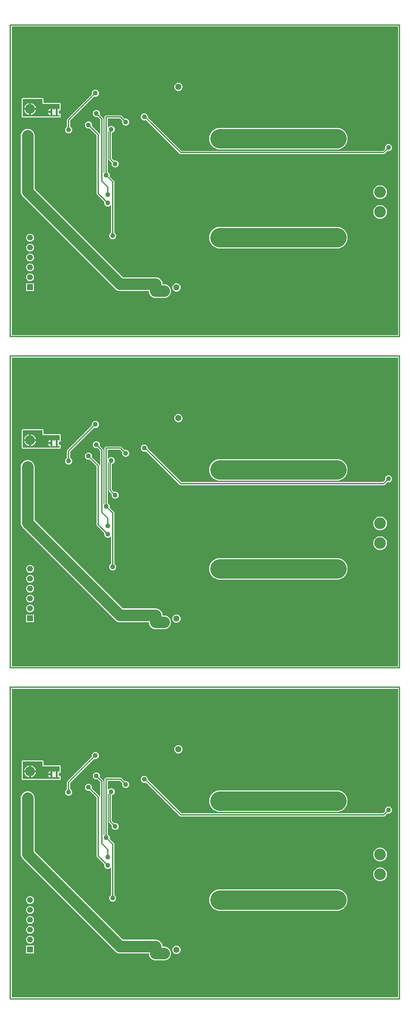
<source format=gbl>
%FSLAX42Y42*%
%MOMM*%
G71*
G01*
G75*
G04 Layer_Physical_Order=2*
G04 Layer_Color=16711680*
%ADD10C,0.30*%
%ADD11R,0.70X1.30*%
%ADD12R,1.30X0.90*%
%ADD13R,1.20X1.00*%
%ADD14R,0.90X1.60*%
%ADD15R,0.60X0.80*%
%ADD16R,1.30X0.70*%
%ADD17R,0.90X1.30*%
%ADD18R,0.80X0.60*%
%ADD19R,0.70X1.20*%
%ADD20R,1.00X1.70*%
%ADD21R,1.60X0.90*%
%ADD22R,1.30X1.30*%
%ADD23R,3.60X1.30*%
%ADD24R,1.50X0.60*%
%ADD25R,1.00X0.40*%
%ADD26R,1.00X1.20*%
%ADD27R,1.20X0.70*%
%ADD28C,0.50*%
%ADD29C,2.00*%
%ADD30C,1.00*%
%ADD31C,0.25*%
%ADD32C,3.00*%
%ADD33C,5.00*%
%ADD34C,1.50*%
%ADD35C,1.30*%
%ADD36C,2.54*%
%ADD37C,1.60*%
%ADD38C,3.00*%
%ADD39C,1.50*%
%ADD40R,1.50X1.50*%
%ADD41C,1.27*%
%ADD42C,4.00*%
G36*
X13782Y2746D02*
X3864D01*
Y10664D01*
X13782D01*
Y2746D01*
D02*
G37*
%LPC*%
G36*
X4331Y5346D02*
X4304Y5343D01*
X4280Y5333D01*
X4259Y5317D01*
X4243Y5296D01*
X4233Y5271D01*
X4229Y5245D01*
X4233Y5219D01*
X4243Y5194D01*
X4259Y5173D01*
X4280Y5157D01*
X4304Y5147D01*
X4331Y5144D01*
X4357Y5147D01*
X4381Y5157D01*
X4402Y5173D01*
X4418Y5194D01*
X4429Y5219D01*
X4432Y5245D01*
X4429Y5271D01*
X4418Y5296D01*
X4402Y5317D01*
X4381Y5333D01*
X4357Y5343D01*
X4331Y5346D01*
D02*
G37*
G36*
X12207Y5521D02*
X9207D01*
X9164Y5518D01*
X9122Y5508D01*
X9082Y5491D01*
X9045Y5469D01*
X9012Y5440D01*
X8984Y5407D01*
X8961Y5371D01*
X8945Y5330D01*
X8935Y5288D01*
X8931Y5245D01*
X8935Y5202D01*
X8945Y5160D01*
X8961Y5120D01*
X8984Y5083D01*
X9012Y5050D01*
X9045Y5022D01*
X9082Y4999D01*
X9122Y4982D01*
X9164Y4972D01*
X9207Y4969D01*
X12207D01*
X12251Y4972D01*
X12293Y4982D01*
X12333Y4999D01*
X12370Y5022D01*
X12403Y5050D01*
X12431Y5083D01*
X12454Y5120D01*
X12470Y5160D01*
X12480Y5202D01*
X12484Y5245D01*
X12480Y5288D01*
X12470Y5330D01*
X12454Y5371D01*
X12431Y5407D01*
X12403Y5440D01*
X12370Y5469D01*
X12333Y5491D01*
X12293Y5508D01*
X12251Y5518D01*
X12207Y5521D01*
D02*
G37*
G36*
X4331Y5092D02*
X4304Y5089D01*
X4280Y5079D01*
X4259Y5063D01*
X4243Y5042D01*
X4233Y5017D01*
X4229Y4991D01*
X4233Y4965D01*
X4243Y4940D01*
X4259Y4919D01*
X4280Y4903D01*
X4304Y4893D01*
X4331Y4890D01*
X4357Y4893D01*
X4381Y4903D01*
X4402Y4919D01*
X4418Y4940D01*
X4429Y4965D01*
X4432Y4991D01*
X4429Y5017D01*
X4418Y5042D01*
X4402Y5063D01*
X4381Y5079D01*
X4357Y5089D01*
X4331Y5092D01*
D02*
G37*
G36*
X7264Y8434D02*
X7241Y8431D01*
X7220Y8422D01*
X7201Y8407D01*
X7187Y8389D01*
X7178Y8367D01*
X7175Y8344D01*
X7178Y8321D01*
X7187Y8299D01*
X7201Y8280D01*
X7220Y8266D01*
X7241Y8257D01*
X7264Y8254D01*
X7288Y8257D01*
X7309Y8266D01*
X8175Y7400D01*
X8188Y7391D01*
X8188Y7391D01*
X8188Y7391D01*
D01*
X8188Y7391D01*
X8188Y7391D01*
X8204Y7388D01*
X13411D01*
X13426Y7391D01*
X13440Y7400D01*
X13511Y7471D01*
X13514Y7470D01*
X13538Y7467D01*
X13561Y7470D01*
X13582Y7479D01*
X13601Y7493D01*
X13615Y7512D01*
X13624Y7533D01*
X13627Y7557D01*
X13624Y7580D01*
X13615Y7601D01*
X13601Y7620D01*
X13582Y7634D01*
X13561Y7643D01*
X13538Y7646D01*
X13514Y7643D01*
X13493Y7634D01*
X13474Y7620D01*
X13460Y7601D01*
X13451Y7580D01*
X13448Y7557D01*
X13451Y7533D01*
X13452Y7530D01*
X13393Y7471D01*
X8221D01*
X7353Y8339D01*
X7354Y8344D01*
X7351Y8367D01*
X7342Y8389D01*
X7328Y8407D01*
X7309Y8422D01*
X7288Y8431D01*
X7264Y8434D01*
D02*
G37*
G36*
X13322Y6590D02*
X13288Y6586D01*
X13255Y6576D01*
X13224Y6560D01*
X13198Y6538D01*
X13176Y6511D01*
X13159Y6481D01*
X13149Y6448D01*
X13146Y6414D01*
X13149Y6379D01*
X13159Y6346D01*
X13176Y6316D01*
X13198Y6289D01*
X13224Y6267D01*
X13255Y6251D01*
X13288Y6241D01*
X13322Y6237D01*
X13357Y6241D01*
X13390Y6251D01*
X13420Y6267D01*
X13447Y6289D01*
X13469Y6316D01*
X13485Y6346D01*
X13495Y6379D01*
X13499Y6414D01*
X13495Y6448D01*
X13485Y6481D01*
X13469Y6511D01*
X13447Y6538D01*
X13420Y6560D01*
X13390Y6576D01*
X13357Y6586D01*
X13322Y6590D01*
D02*
G37*
G36*
Y6082D02*
X13288Y6078D01*
X13255Y6068D01*
X13224Y6052D01*
X13198Y6030D01*
X13176Y6003D01*
X13159Y5973D01*
X13149Y5940D01*
X13146Y5906D01*
X13149Y5871D01*
X13159Y5838D01*
X13176Y5808D01*
X13198Y5781D01*
X13224Y5759D01*
X13255Y5743D01*
X13288Y5733D01*
X13322Y5729D01*
X13357Y5733D01*
X13390Y5743D01*
X13420Y5759D01*
X13447Y5781D01*
X13469Y5808D01*
X13485Y5838D01*
X13495Y5871D01*
X13499Y5906D01*
X13495Y5940D01*
X13485Y5973D01*
X13469Y6003D01*
X13447Y6030D01*
X13420Y6052D01*
X13390Y6068D01*
X13357Y6078D01*
X13322Y6082D01*
D02*
G37*
G36*
X4431Y4076D02*
X4230D01*
Y3875D01*
X4431D01*
Y4076D01*
D02*
G37*
G36*
X8090Y4073D02*
X8062Y4070D01*
X8037Y4059D01*
X8015Y4042D01*
X7998Y4020D01*
X7987Y3995D01*
X7984Y3967D01*
X7987Y3940D01*
X7998Y3914D01*
X8015Y3892D01*
X8037Y3875D01*
X8062Y3864D01*
X8090Y3861D01*
X8117Y3864D01*
X8143Y3875D01*
X8165Y3892D01*
X8182Y3914D01*
X8193Y3940D01*
X8196Y3967D01*
X8193Y3995D01*
X8182Y4020D01*
X8165Y4042D01*
X8143Y4059D01*
X8117Y4070D01*
X8090Y4073D01*
D02*
G37*
G36*
X4267Y8038D02*
X4233Y8034D01*
X4200Y8024D01*
X4169Y8008D01*
X4143Y7986D01*
X4121Y7959D01*
X4104Y7929D01*
X4094Y7896D01*
X4091Y7861D01*
Y6426D01*
X4094Y6392D01*
X4104Y6359D01*
X4121Y6328D01*
X4143Y6302D01*
X4143Y6302D01*
X4143D01*
Y6302D01*
X4143Y6302D01*
X6517Y3927D01*
X6544Y3905D01*
X6575Y3888D01*
X6608Y3878D01*
X6611Y3878D01*
X6642Y3875D01*
X6642Y3875D01*
X7379D01*
X7380Y3874D01*
X7384Y3839D01*
X7394Y3806D01*
X7410Y3776D01*
X7432Y3749D01*
X7459Y3727D01*
X7489Y3711D01*
X7522Y3701D01*
X7557Y3697D01*
X7772D01*
X7807Y3701D01*
X7840Y3711D01*
X7870Y3727D01*
X7897Y3749D01*
X7919Y3776D01*
X7935Y3806D01*
X7945Y3839D01*
X7949Y3874D01*
X7945Y3908D01*
X7935Y3941D01*
X7919Y3971D01*
X7897Y3998D01*
X7870Y4020D01*
X7840Y4036D01*
X7807Y4046D01*
X7772Y4050D01*
X7734D01*
X7733Y4051D01*
X7729Y4086D01*
X7719Y4119D01*
X7703Y4149D01*
X7681Y4176D01*
X7654Y4198D01*
X7624Y4214D01*
X7591Y4224D01*
X7557Y4228D01*
X6715D01*
X4443Y6499D01*
Y7861D01*
X4440Y7896D01*
X4430Y7929D01*
X4414Y7959D01*
X4392Y7986D01*
X4365Y8008D01*
X4335Y8024D01*
X4302Y8034D01*
X4267Y8038D01*
D02*
G37*
G36*
X4331Y4838D02*
X4304Y4835D01*
X4280Y4825D01*
X4259Y4809D01*
X4243Y4788D01*
X4233Y4763D01*
X4229Y4737D01*
X4233Y4711D01*
X4243Y4686D01*
X4259Y4665D01*
X4280Y4649D01*
X4304Y4639D01*
X4331Y4636D01*
X4357Y4639D01*
X4381Y4649D01*
X4402Y4665D01*
X4418Y4686D01*
X4429Y4711D01*
X4432Y4737D01*
X4429Y4763D01*
X4418Y4788D01*
X4402Y4809D01*
X4381Y4825D01*
X4357Y4835D01*
X4331Y4838D01*
D02*
G37*
G36*
Y4584D02*
X4304Y4581D01*
X4280Y4571D01*
X4259Y4555D01*
X4243Y4534D01*
X4233Y4509D01*
X4229Y4483D01*
X4233Y4457D01*
X4243Y4432D01*
X4259Y4411D01*
X4280Y4395D01*
X4304Y4385D01*
X4331Y4382D01*
X4357Y4385D01*
X4381Y4395D01*
X4402Y4411D01*
X4418Y4432D01*
X4429Y4457D01*
X4432Y4483D01*
X4429Y4509D01*
X4418Y4534D01*
X4402Y4555D01*
X4381Y4571D01*
X4357Y4581D01*
X4331Y4584D01*
D02*
G37*
G36*
Y4330D02*
X4304Y4327D01*
X4280Y4317D01*
X4259Y4301D01*
X4243Y4280D01*
X4233Y4255D01*
X4229Y4229D01*
X4233Y4203D01*
X4243Y4178D01*
X4259Y4157D01*
X4280Y4141D01*
X4304Y4131D01*
X4331Y4128D01*
X4357Y4131D01*
X4381Y4141D01*
X4402Y4157D01*
X4418Y4178D01*
X4429Y4203D01*
X4432Y4229D01*
X4429Y4255D01*
X4418Y4280D01*
X4402Y4301D01*
X4381Y4317D01*
X4357Y4327D01*
X4331Y4330D01*
D02*
G37*
G36*
X4648Y8827D02*
X4140D01*
X4130Y8825D01*
X4122Y8819D01*
X4116Y8811D01*
X4114Y8801D01*
Y8357D01*
X4116Y8347D01*
X4122Y8338D01*
X4130Y8333D01*
X4140Y8331D01*
X5093D01*
X5103Y8333D01*
X5111Y8338D01*
X5117Y8347D01*
X5119Y8357D01*
Y8405D01*
X5118Y8406D01*
X5119Y8407D01*
X5117Y8411D01*
X5117Y8415D01*
X5116Y8416D01*
X5116Y8417D01*
X5113Y8420D01*
X5111Y8423D01*
X5110Y8424D01*
X5110Y8425D01*
X5106Y8427D01*
X5103Y8429D01*
X5102Y8429D01*
X5101Y8430D01*
X5089Y8434D01*
X5088Y8434D01*
X5087Y8434D01*
X5083Y8434D01*
X5079Y8435D01*
X5078Y8435D01*
X5077Y8435D01*
X5067Y8464D01*
Y8471D01*
Y8478D01*
X5077Y8507D01*
X5078Y8507D01*
X5079Y8507D01*
X5083Y8507D01*
X5087Y8508D01*
X5088Y8508D01*
X5089Y8508D01*
X5101Y8512D01*
X5102Y8513D01*
X5103Y8513D01*
X5106Y8515D01*
X5110Y8517D01*
X5110Y8518D01*
X5111Y8518D01*
X5113Y8522D01*
X5116Y8525D01*
X5116Y8526D01*
X5117Y8527D01*
X5117Y8531D01*
X5119Y8535D01*
X5118Y8536D01*
X5119Y8537D01*
Y8674D01*
X5117Y8684D01*
X5111Y8692D01*
X5103Y8698D01*
X5093Y8700D01*
X4674D01*
Y8801D01*
X4672Y8811D01*
X4667Y8819D01*
X4658Y8825D01*
X4648Y8827D01*
D02*
G37*
G36*
X6007Y9043D02*
X5984Y9040D01*
X5962Y9031D01*
X5944Y9017D01*
X5929Y8998D01*
X5920Y8977D01*
X5917Y8954D01*
X5920Y8930D01*
X5922Y8927D01*
X5292Y8297D01*
X5283Y8283D01*
X5280Y8268D01*
Y8093D01*
X5276Y8091D01*
X5258Y8077D01*
X5244Y8059D01*
X5235Y8037D01*
X5232Y8014D01*
X5235Y7990D01*
X5244Y7969D01*
X5258Y7950D01*
X5276Y7936D01*
X5298Y7927D01*
X5321Y7924D01*
X5345Y7927D01*
X5366Y7936D01*
X5385Y7950D01*
X5399Y7969D01*
X5408Y7990D01*
X5411Y8014D01*
X5408Y8037D01*
X5399Y8059D01*
X5385Y8077D01*
X5366Y8091D01*
X5362Y8093D01*
Y8251D01*
X5980Y8868D01*
X5984Y8867D01*
X6007Y8864D01*
X6030Y8867D01*
X6052Y8876D01*
X6071Y8890D01*
X6085Y8909D01*
X6094Y8930D01*
X6097Y8954D01*
X6094Y8977D01*
X6085Y8998D01*
X6071Y9017D01*
X6052Y9031D01*
X6030Y9040D01*
X6007Y9043D01*
D02*
G37*
G36*
X8141Y9220D02*
X8113Y9217D01*
X8088Y9206D01*
X8066Y9189D01*
X8049Y9167D01*
X8038Y9141D01*
X8034Y9114D01*
X8038Y9086D01*
X8049Y9061D01*
X8066Y9039D01*
X8088Y9022D01*
X8113Y9011D01*
X8141Y9008D01*
X8168Y9011D01*
X8194Y9022D01*
X8216Y9039D01*
X8233Y9061D01*
X8243Y9086D01*
X8247Y9114D01*
X8243Y9141D01*
X8233Y9167D01*
X8216Y9189D01*
X8194Y9206D01*
X8168Y9217D01*
X8141Y9220D01*
D02*
G37*
G36*
X6033Y8522D02*
X6009Y8519D01*
X5988Y8510D01*
X5969Y8496D01*
X5955Y8478D01*
X5946Y8456D01*
X5943Y8433D01*
X5946Y8410D01*
X5955Y8388D01*
X5969Y8369D01*
X5988Y8355D01*
X6009Y8346D01*
X6033Y8343D01*
X6056Y8346D01*
X6059Y8348D01*
X6131Y8276D01*
Y7910D01*
X6119Y7906D01*
X6112Y7916D01*
X5915Y8113D01*
X5917Y8117D01*
X5920Y8140D01*
X5917Y8163D01*
X5908Y8185D01*
X5893Y8204D01*
X5875Y8218D01*
X5853Y8227D01*
X5830Y8230D01*
X5807Y8227D01*
X5785Y8218D01*
X5766Y8204D01*
X5752Y8185D01*
X5743Y8163D01*
X5740Y8140D01*
X5743Y8117D01*
X5752Y8095D01*
X5766Y8077D01*
X5785Y8062D01*
X5807Y8053D01*
X5830Y8050D01*
X5853Y8053D01*
X5857Y8055D01*
X6042Y7870D01*
Y6725D01*
Y6375D01*
X6042Y6375D01*
X6042D01*
X6045Y6360D01*
X6054Y6346D01*
X6239Y6161D01*
X6238Y6157D01*
X6235Y6134D01*
X6238Y6111D01*
X6247Y6089D01*
X6261Y6071D01*
X6280Y6056D01*
X6301Y6047D01*
X6325Y6044D01*
X6348Y6047D01*
X6369Y6056D01*
X6388Y6071D01*
X6398Y6084D01*
X6410Y6080D01*
Y5375D01*
X6407Y5374D01*
X6388Y5359D01*
X6374Y5341D01*
X6365Y5319D01*
X6362Y5296D01*
X6365Y5273D01*
X6374Y5251D01*
X6388Y5232D01*
X6407Y5218D01*
X6428Y5209D01*
X6452Y5206D01*
X6475Y5209D01*
X6496Y5218D01*
X6515Y5232D01*
X6529Y5251D01*
X6538Y5273D01*
X6541Y5296D01*
X6538Y5319D01*
X6529Y5341D01*
X6515Y5359D01*
X6496Y5374D01*
X6493Y5375D01*
Y6680D01*
X6490Y6696D01*
X6481Y6709D01*
X6372Y6818D01*
X6373Y6822D01*
X6376Y6845D01*
X6373Y6869D01*
X6364Y6890D01*
X6350Y6909D01*
X6331Y6923D01*
X6328Y6924D01*
Y7972D01*
X6340Y7977D01*
X6347Y7967D01*
Y7264D01*
X6347Y7264D01*
X6347D01*
X6350Y7249D01*
X6359Y7235D01*
X6430Y7164D01*
X6428Y7161D01*
X6425Y7137D01*
X6428Y7114D01*
X6437Y7093D01*
X6452Y7074D01*
X6470Y7060D01*
X6492Y7051D01*
X6515Y7048D01*
X6538Y7051D01*
X6560Y7060D01*
X6579Y7074D01*
X6593Y7093D01*
X6602Y7114D01*
X6605Y7137D01*
X6602Y7161D01*
X6593Y7182D01*
X6579Y7201D01*
X6560Y7215D01*
X6538Y7224D01*
X6515Y7227D01*
X6492Y7224D01*
X6488Y7223D01*
X6429Y7281D01*
Y7939D01*
X6437Y7940D01*
X6458Y7949D01*
X6477Y7963D01*
X6491Y7982D01*
X6500Y8003D01*
X6503Y8026D01*
X6500Y8050D01*
X6491Y8071D01*
X6477Y8090D01*
X6458Y8104D01*
X6437Y8113D01*
X6414Y8116D01*
X6390Y8113D01*
X6369Y8104D01*
X6350Y8090D01*
X6340Y8076D01*
X6328Y8080D01*
Y8109D01*
X6326Y8118D01*
Y8189D01*
X6328Y8198D01*
Y8303D01*
X6638D01*
X6702Y8238D01*
X6701Y8235D01*
X6698Y8211D01*
X6701Y8188D01*
X6710Y8166D01*
X6724Y8148D01*
X6743Y8134D01*
X6764Y8125D01*
X6787Y8122D01*
X6811Y8125D01*
X6832Y8134D01*
X6851Y8148D01*
X6865Y8166D01*
X6874Y8188D01*
X6877Y8211D01*
X6874Y8235D01*
X6865Y8256D01*
X6851Y8275D01*
X6832Y8289D01*
X6811Y8298D01*
X6787Y8301D01*
X6764Y8298D01*
X6761Y8296D01*
X6684Y8373D01*
X6671Y8382D01*
X6655Y8385D01*
X6287D01*
X6271Y8382D01*
X6257Y8373D01*
X6248Y8360D01*
X6245Y8344D01*
Y8206D01*
X6243Y8196D01*
Y8111D01*
X6243Y8111D01*
X6243D01*
X6245Y8101D01*
Y6924D01*
X6242Y6923D01*
X6225Y6910D01*
X6213Y6916D01*
Y8293D01*
X6210Y8309D01*
X6201Y8322D01*
X6118Y8406D01*
X6119Y8410D01*
X6122Y8433D01*
X6119Y8456D01*
X6110Y8478D01*
X6096Y8496D01*
X6077Y8510D01*
X6056Y8519D01*
X6033Y8522D01*
D02*
G37*
G36*
X12207Y8061D02*
X9207D01*
X9164Y8058D01*
X9122Y8048D01*
X9082Y8031D01*
X9045Y8009D01*
X9012Y7980D01*
X8984Y7947D01*
X8961Y7911D01*
X8945Y7870D01*
X8935Y7828D01*
X8931Y7785D01*
X8935Y7742D01*
X8945Y7700D01*
X8961Y7660D01*
X8984Y7623D01*
X9012Y7590D01*
X9045Y7562D01*
X9082Y7539D01*
X9122Y7522D01*
X9164Y7512D01*
X9207Y7509D01*
X12207D01*
X12251Y7512D01*
X12293Y7522D01*
X12333Y7539D01*
X12370Y7562D01*
X12403Y7590D01*
X12431Y7623D01*
X12454Y7660D01*
X12470Y7700D01*
X12480Y7742D01*
X12484Y7785D01*
X12480Y7828D01*
X12470Y7870D01*
X12454Y7911D01*
X12431Y7947D01*
X12403Y7980D01*
X12370Y8009D01*
X12333Y8031D01*
X12293Y8048D01*
X12251Y8058D01*
X12207Y8061D01*
D02*
G37*
%LPD*%
G36*
X4648Y8674D02*
X5093D01*
Y8537D01*
X5081Y8533D01*
X5080Y8534D01*
X5061Y8548D01*
X5042Y8556D01*
Y8471D01*
Y8385D01*
X5061Y8394D01*
X5080Y8408D01*
X5081Y8409D01*
X5093Y8405D01*
Y8357D01*
X4140D01*
Y8801D01*
X4648D01*
Y8674D01*
D02*
G37*
%LPC*%
G36*
X4356Y8697D02*
Y8572D01*
X4481D01*
X4481Y8577D01*
X4472Y8606D01*
X4458Y8632D01*
X4439Y8655D01*
X4416Y8674D01*
X4389Y8688D01*
X4360Y8697D01*
X4356Y8697D01*
D02*
G37*
G36*
X4481Y8522D02*
X4356D01*
Y8397D01*
X4360Y8397D01*
X4389Y8406D01*
X4416Y8420D01*
X4439Y8439D01*
X4458Y8462D01*
X4472Y8489D01*
X4481Y8517D01*
X4481Y8522D01*
D02*
G37*
G36*
X4306D02*
X4180D01*
X4181Y8517D01*
X4190Y8489D01*
X4204Y8462D01*
X4223Y8439D01*
X4246Y8420D01*
X4272Y8406D01*
X4301Y8397D01*
X4306Y8397D01*
Y8522D01*
D02*
G37*
G36*
Y8697D02*
X4301Y8697D01*
X4272Y8688D01*
X4246Y8674D01*
X4223Y8655D01*
X4204Y8632D01*
X4190Y8606D01*
X4181Y8577D01*
X4180Y8572D01*
X4306D01*
Y8697D01*
D02*
G37*
G36*
X4852Y8446D02*
X4791D01*
X4799Y8426D01*
X4814Y8408D01*
X4832Y8394D01*
X4852Y8385D01*
Y8446D01*
D02*
G37*
G36*
Y8556D02*
X4832Y8548D01*
X4814Y8534D01*
X4799Y8516D01*
X4791Y8496D01*
X4852D01*
Y8556D01*
D02*
G37*
G36*
X4992D02*
X4972Y8548D01*
X4953Y8534D01*
X4953Y8534D01*
X4940D01*
X4940Y8534D01*
X4921Y8548D01*
X4902Y8556D01*
Y8471D01*
Y8385D01*
X4921Y8394D01*
X4940Y8408D01*
X4940Y8408D01*
X4953D01*
X4953Y8408D01*
X4972Y8394D01*
X4992Y8385D01*
Y8471D01*
Y8556D01*
D02*
G37*
%LPD*%
G36*
X13782Y11246D02*
X3864D01*
Y19164D01*
X13782D01*
Y11246D01*
D02*
G37*
%LPC*%
G36*
X4331Y13846D02*
X4304Y13843D01*
X4280Y13833D01*
X4259Y13817D01*
X4243Y13796D01*
X4233Y13771D01*
X4229Y13745D01*
X4233Y13719D01*
X4243Y13694D01*
X4259Y13673D01*
X4280Y13657D01*
X4304Y13647D01*
X4331Y13644D01*
X4357Y13647D01*
X4381Y13657D01*
X4402Y13673D01*
X4418Y13694D01*
X4429Y13719D01*
X4432Y13745D01*
X4429Y13771D01*
X4418Y13796D01*
X4402Y13817D01*
X4381Y13833D01*
X4357Y13843D01*
X4331Y13846D01*
D02*
G37*
G36*
X12207Y14021D02*
X9207D01*
X9164Y14018D01*
X9122Y14008D01*
X9082Y13991D01*
X9045Y13969D01*
X9012Y13940D01*
X8984Y13907D01*
X8961Y13871D01*
X8945Y13830D01*
X8935Y13788D01*
X8931Y13745D01*
X8935Y13702D01*
X8945Y13660D01*
X8961Y13620D01*
X8984Y13583D01*
X9012Y13550D01*
X9045Y13522D01*
X9082Y13499D01*
X9122Y13482D01*
X9164Y13472D01*
X9207Y13469D01*
X12207D01*
X12251Y13472D01*
X12293Y13482D01*
X12333Y13499D01*
X12370Y13522D01*
X12403Y13550D01*
X12431Y13583D01*
X12454Y13620D01*
X12470Y13660D01*
X12480Y13702D01*
X12484Y13745D01*
X12480Y13788D01*
X12470Y13830D01*
X12454Y13871D01*
X12431Y13907D01*
X12403Y13940D01*
X12370Y13969D01*
X12333Y13991D01*
X12293Y14008D01*
X12251Y14018D01*
X12207Y14021D01*
D02*
G37*
G36*
X4331Y13592D02*
X4304Y13589D01*
X4280Y13579D01*
X4259Y13563D01*
X4243Y13542D01*
X4233Y13517D01*
X4229Y13491D01*
X4233Y13465D01*
X4243Y13440D01*
X4259Y13419D01*
X4280Y13403D01*
X4304Y13393D01*
X4331Y13390D01*
X4357Y13393D01*
X4381Y13403D01*
X4402Y13419D01*
X4418Y13440D01*
X4429Y13465D01*
X4432Y13491D01*
X4429Y13517D01*
X4418Y13542D01*
X4402Y13563D01*
X4381Y13579D01*
X4357Y13589D01*
X4331Y13592D01*
D02*
G37*
G36*
X7264Y16934D02*
X7241Y16931D01*
X7220Y16922D01*
X7201Y16907D01*
X7187Y16889D01*
X7178Y16867D01*
X7175Y16844D01*
X7178Y16821D01*
X7187Y16799D01*
X7201Y16780D01*
X7220Y16766D01*
X7241Y16757D01*
X7264Y16754D01*
X7288Y16757D01*
X7309Y16766D01*
X8175Y15900D01*
X8188Y15891D01*
X8188Y15891D01*
X8188Y15891D01*
D01*
X8188Y15891D01*
X8188Y15891D01*
X8204Y15888D01*
X13411D01*
X13426Y15891D01*
X13440Y15900D01*
X13511Y15971D01*
X13514Y15970D01*
X13538Y15967D01*
X13561Y15970D01*
X13582Y15979D01*
X13601Y15993D01*
X13615Y16012D01*
X13624Y16033D01*
X13627Y16057D01*
X13624Y16080D01*
X13615Y16101D01*
X13601Y16120D01*
X13582Y16134D01*
X13561Y16143D01*
X13538Y16146D01*
X13514Y16143D01*
X13493Y16134D01*
X13474Y16120D01*
X13460Y16101D01*
X13451Y16080D01*
X13448Y16057D01*
X13451Y16033D01*
X13452Y16030D01*
X13393Y15971D01*
X8221D01*
X7353Y16839D01*
X7354Y16844D01*
X7351Y16867D01*
X7342Y16889D01*
X7328Y16907D01*
X7309Y16922D01*
X7288Y16931D01*
X7264Y16934D01*
D02*
G37*
G36*
X13322Y15090D02*
X13288Y15086D01*
X13255Y15076D01*
X13224Y15060D01*
X13198Y15038D01*
X13176Y15011D01*
X13159Y14981D01*
X13149Y14948D01*
X13146Y14913D01*
X13149Y14879D01*
X13159Y14846D01*
X13176Y14816D01*
X13198Y14789D01*
X13224Y14767D01*
X13255Y14751D01*
X13288Y14741D01*
X13322Y14737D01*
X13357Y14741D01*
X13390Y14751D01*
X13420Y14767D01*
X13447Y14789D01*
X13469Y14816D01*
X13485Y14846D01*
X13495Y14879D01*
X13499Y14913D01*
X13495Y14948D01*
X13485Y14981D01*
X13469Y15011D01*
X13447Y15038D01*
X13420Y15060D01*
X13390Y15076D01*
X13357Y15086D01*
X13322Y15090D01*
D02*
G37*
G36*
Y14582D02*
X13288Y14578D01*
X13255Y14568D01*
X13224Y14552D01*
X13198Y14530D01*
X13176Y14503D01*
X13159Y14473D01*
X13149Y14440D01*
X13146Y14405D01*
X13149Y14371D01*
X13159Y14338D01*
X13176Y14308D01*
X13198Y14281D01*
X13224Y14259D01*
X13255Y14243D01*
X13288Y14233D01*
X13322Y14229D01*
X13357Y14233D01*
X13390Y14243D01*
X13420Y14259D01*
X13447Y14281D01*
X13469Y14308D01*
X13485Y14338D01*
X13495Y14371D01*
X13499Y14405D01*
X13495Y14440D01*
X13485Y14473D01*
X13469Y14503D01*
X13447Y14530D01*
X13420Y14552D01*
X13390Y14568D01*
X13357Y14578D01*
X13322Y14582D01*
D02*
G37*
G36*
X4431Y12575D02*
X4230D01*
Y12375D01*
X4431D01*
Y12575D01*
D02*
G37*
G36*
X8090Y12573D02*
X8062Y12570D01*
X8037Y12559D01*
X8015Y12542D01*
X7998Y12520D01*
X7987Y12495D01*
X7984Y12467D01*
X7987Y12440D01*
X7998Y12414D01*
X8015Y12392D01*
X8037Y12375D01*
X8062Y12364D01*
X8090Y12361D01*
X8117Y12364D01*
X8143Y12375D01*
X8165Y12392D01*
X8182Y12414D01*
X8193Y12440D01*
X8196Y12467D01*
X8193Y12495D01*
X8182Y12520D01*
X8165Y12542D01*
X8143Y12559D01*
X8117Y12570D01*
X8090Y12573D01*
D02*
G37*
G36*
X4267Y16538D02*
X4233Y16534D01*
X4200Y16524D01*
X4169Y16508D01*
X4143Y16486D01*
X4121Y16459D01*
X4104Y16429D01*
X4094Y16396D01*
X4091Y16361D01*
Y14926D01*
X4094Y14892D01*
X4104Y14859D01*
X4121Y14828D01*
X4143Y14802D01*
X4143Y14802D01*
X4143D01*
Y14802D01*
X4143Y14802D01*
X6517Y12427D01*
X6544Y12405D01*
X6575Y12388D01*
X6608Y12378D01*
X6611Y12378D01*
X6642Y12375D01*
X6642Y12375D01*
X7379D01*
X7380Y12374D01*
X7384Y12339D01*
X7394Y12306D01*
X7410Y12276D01*
X7432Y12249D01*
X7459Y12227D01*
X7489Y12211D01*
X7522Y12201D01*
X7557Y12197D01*
X7772D01*
X7807Y12201D01*
X7840Y12211D01*
X7870Y12227D01*
X7897Y12249D01*
X7919Y12276D01*
X7935Y12306D01*
X7945Y12339D01*
X7949Y12374D01*
X7945Y12408D01*
X7935Y12441D01*
X7919Y12471D01*
X7897Y12498D01*
X7870Y12520D01*
X7840Y12536D01*
X7807Y12546D01*
X7772Y12550D01*
X7734D01*
X7733Y12551D01*
X7729Y12586D01*
X7719Y12619D01*
X7703Y12649D01*
X7681Y12676D01*
X7654Y12698D01*
X7624Y12714D01*
X7591Y12724D01*
X7557Y12728D01*
X6715D01*
X4443Y14999D01*
Y16361D01*
X4440Y16396D01*
X4430Y16429D01*
X4414Y16459D01*
X4392Y16486D01*
X4365Y16508D01*
X4335Y16524D01*
X4302Y16534D01*
X4267Y16538D01*
D02*
G37*
G36*
X4331Y13338D02*
X4304Y13335D01*
X4280Y13325D01*
X4259Y13309D01*
X4243Y13288D01*
X4233Y13263D01*
X4229Y13237D01*
X4233Y13211D01*
X4243Y13186D01*
X4259Y13165D01*
X4280Y13149D01*
X4304Y13139D01*
X4331Y13136D01*
X4357Y13139D01*
X4381Y13149D01*
X4402Y13165D01*
X4418Y13186D01*
X4429Y13211D01*
X4432Y13237D01*
X4429Y13263D01*
X4418Y13288D01*
X4402Y13309D01*
X4381Y13325D01*
X4357Y13335D01*
X4331Y13338D01*
D02*
G37*
G36*
Y13084D02*
X4304Y13081D01*
X4280Y13071D01*
X4259Y13055D01*
X4243Y13034D01*
X4233Y13009D01*
X4229Y12983D01*
X4233Y12957D01*
X4243Y12932D01*
X4259Y12911D01*
X4280Y12895D01*
X4304Y12885D01*
X4331Y12882D01*
X4357Y12885D01*
X4381Y12895D01*
X4402Y12911D01*
X4418Y12932D01*
X4429Y12957D01*
X4432Y12983D01*
X4429Y13009D01*
X4418Y13034D01*
X4402Y13055D01*
X4381Y13071D01*
X4357Y13081D01*
X4331Y13084D01*
D02*
G37*
G36*
Y12830D02*
X4304Y12827D01*
X4280Y12817D01*
X4259Y12801D01*
X4243Y12780D01*
X4233Y12755D01*
X4229Y12729D01*
X4233Y12703D01*
X4243Y12678D01*
X4259Y12657D01*
X4280Y12641D01*
X4304Y12631D01*
X4331Y12628D01*
X4357Y12631D01*
X4381Y12641D01*
X4402Y12657D01*
X4418Y12678D01*
X4429Y12703D01*
X4432Y12729D01*
X4429Y12755D01*
X4418Y12780D01*
X4402Y12801D01*
X4381Y12817D01*
X4357Y12827D01*
X4331Y12830D01*
D02*
G37*
G36*
X4648Y17327D02*
X4140D01*
X4130Y17325D01*
X4122Y17319D01*
X4116Y17311D01*
X4114Y17301D01*
Y16857D01*
X4116Y16847D01*
X4122Y16838D01*
X4130Y16833D01*
X4140Y16831D01*
X5093D01*
X5103Y16833D01*
X5111Y16838D01*
X5117Y16847D01*
X5119Y16857D01*
Y16905D01*
X5118Y16906D01*
X5119Y16907D01*
X5117Y16911D01*
X5117Y16915D01*
X5116Y16916D01*
X5116Y16917D01*
X5113Y16920D01*
X5111Y16923D01*
X5110Y16924D01*
X5110Y16925D01*
X5106Y16927D01*
X5103Y16929D01*
X5102Y16929D01*
X5101Y16930D01*
X5089Y16934D01*
X5088Y16934D01*
X5087Y16934D01*
X5083Y16934D01*
X5079Y16935D01*
X5078Y16935D01*
X5077Y16935D01*
X5067Y16964D01*
Y16971D01*
Y16978D01*
X5077Y17007D01*
X5078Y17007D01*
X5079Y17007D01*
X5083Y17007D01*
X5087Y17008D01*
X5088Y17008D01*
X5089Y17008D01*
X5101Y17012D01*
X5102Y17013D01*
X5103Y17013D01*
X5106Y17015D01*
X5110Y17017D01*
X5110Y17018D01*
X5111Y17018D01*
X5113Y17022D01*
X5116Y17025D01*
X5116Y17026D01*
X5117Y17027D01*
X5117Y17031D01*
X5119Y17035D01*
X5118Y17036D01*
X5119Y17037D01*
Y17174D01*
X5117Y17184D01*
X5111Y17192D01*
X5103Y17198D01*
X5093Y17200D01*
X4674D01*
Y17301D01*
X4672Y17311D01*
X4667Y17319D01*
X4658Y17325D01*
X4648Y17327D01*
D02*
G37*
G36*
X6007Y17543D02*
X5984Y17540D01*
X5962Y17531D01*
X5944Y17517D01*
X5929Y17498D01*
X5920Y17477D01*
X5917Y17454D01*
X5920Y17430D01*
X5922Y17427D01*
X5292Y16797D01*
X5283Y16783D01*
X5280Y16768D01*
Y16593D01*
X5276Y16591D01*
X5258Y16577D01*
X5244Y16559D01*
X5235Y16537D01*
X5232Y16514D01*
X5235Y16490D01*
X5244Y16469D01*
X5258Y16450D01*
X5276Y16436D01*
X5298Y16427D01*
X5321Y16424D01*
X5345Y16427D01*
X5366Y16436D01*
X5385Y16450D01*
X5399Y16469D01*
X5408Y16490D01*
X5411Y16514D01*
X5408Y16537D01*
X5399Y16559D01*
X5385Y16577D01*
X5366Y16591D01*
X5362Y16593D01*
Y16751D01*
X5980Y17368D01*
X5984Y17367D01*
X6007Y17364D01*
X6030Y17367D01*
X6052Y17376D01*
X6071Y17390D01*
X6085Y17409D01*
X6094Y17430D01*
X6097Y17454D01*
X6094Y17477D01*
X6085Y17498D01*
X6071Y17517D01*
X6052Y17531D01*
X6030Y17540D01*
X6007Y17543D01*
D02*
G37*
G36*
X8141Y17720D02*
X8113Y17717D01*
X8088Y17706D01*
X8066Y17689D01*
X8049Y17667D01*
X8038Y17641D01*
X8034Y17614D01*
X8038Y17586D01*
X8049Y17561D01*
X8066Y17539D01*
X8088Y17522D01*
X8113Y17511D01*
X8141Y17508D01*
X8168Y17511D01*
X8194Y17522D01*
X8216Y17539D01*
X8233Y17561D01*
X8243Y17586D01*
X8247Y17614D01*
X8243Y17641D01*
X8233Y17667D01*
X8216Y17689D01*
X8194Y17706D01*
X8168Y17717D01*
X8141Y17720D01*
D02*
G37*
G36*
X6033Y17022D02*
X6009Y17019D01*
X5988Y17010D01*
X5969Y16996D01*
X5955Y16978D01*
X5946Y16956D01*
X5943Y16933D01*
X5946Y16910D01*
X5955Y16888D01*
X5969Y16869D01*
X5988Y16855D01*
X6009Y16846D01*
X6033Y16843D01*
X6056Y16846D01*
X6059Y16848D01*
X6131Y16776D01*
Y16410D01*
X6119Y16406D01*
X6112Y16416D01*
X5915Y16613D01*
X5917Y16617D01*
X5920Y16640D01*
X5917Y16663D01*
X5908Y16685D01*
X5893Y16704D01*
X5875Y16718D01*
X5853Y16727D01*
X5830Y16730D01*
X5807Y16727D01*
X5785Y16718D01*
X5766Y16704D01*
X5752Y16685D01*
X5743Y16663D01*
X5740Y16640D01*
X5743Y16617D01*
X5752Y16595D01*
X5766Y16577D01*
X5785Y16562D01*
X5807Y16553D01*
X5830Y16550D01*
X5853Y16553D01*
X5857Y16555D01*
X6042Y16370D01*
Y15225D01*
Y14875D01*
X6042Y14875D01*
X6042D01*
X6045Y14860D01*
X6054Y14846D01*
X6239Y14661D01*
X6238Y14657D01*
X6235Y14634D01*
X6238Y14611D01*
X6247Y14589D01*
X6261Y14571D01*
X6280Y14556D01*
X6301Y14547D01*
X6325Y14544D01*
X6348Y14547D01*
X6369Y14556D01*
X6388Y14571D01*
X6398Y14584D01*
X6410Y14580D01*
Y13875D01*
X6407Y13874D01*
X6388Y13859D01*
X6374Y13841D01*
X6365Y13819D01*
X6362Y13796D01*
X6365Y13773D01*
X6374Y13751D01*
X6388Y13732D01*
X6407Y13718D01*
X6428Y13709D01*
X6452Y13706D01*
X6475Y13709D01*
X6496Y13718D01*
X6515Y13732D01*
X6529Y13751D01*
X6538Y13773D01*
X6541Y13796D01*
X6538Y13819D01*
X6529Y13841D01*
X6515Y13859D01*
X6496Y13874D01*
X6493Y13875D01*
Y15180D01*
X6490Y15196D01*
X6481Y15209D01*
X6372Y15318D01*
X6373Y15322D01*
X6376Y15345D01*
X6373Y15369D01*
X6364Y15390D01*
X6350Y15409D01*
X6331Y15423D01*
X6328Y15424D01*
Y16472D01*
X6340Y16477D01*
X6347Y16467D01*
Y15764D01*
X6347Y15764D01*
X6347D01*
X6350Y15749D01*
X6359Y15735D01*
X6430Y15664D01*
X6428Y15661D01*
X6425Y15637D01*
X6428Y15614D01*
X6437Y15593D01*
X6452Y15574D01*
X6470Y15560D01*
X6492Y15551D01*
X6515Y15548D01*
X6538Y15551D01*
X6560Y15560D01*
X6579Y15574D01*
X6593Y15593D01*
X6602Y15614D01*
X6605Y15637D01*
X6602Y15661D01*
X6593Y15682D01*
X6579Y15701D01*
X6560Y15715D01*
X6538Y15724D01*
X6515Y15727D01*
X6492Y15724D01*
X6488Y15723D01*
X6429Y15781D01*
Y16439D01*
X6437Y16440D01*
X6458Y16449D01*
X6477Y16463D01*
X6491Y16482D01*
X6500Y16503D01*
X6503Y16526D01*
X6500Y16550D01*
X6491Y16571D01*
X6477Y16590D01*
X6458Y16604D01*
X6437Y16613D01*
X6414Y16616D01*
X6390Y16613D01*
X6369Y16604D01*
X6350Y16590D01*
X6340Y16576D01*
X6328Y16580D01*
Y16609D01*
X6326Y16618D01*
Y16689D01*
X6328Y16698D01*
Y16803D01*
X6638D01*
X6702Y16738D01*
X6701Y16735D01*
X6698Y16711D01*
X6701Y16688D01*
X6710Y16666D01*
X6724Y16648D01*
X6743Y16634D01*
X6764Y16625D01*
X6787Y16622D01*
X6811Y16625D01*
X6832Y16634D01*
X6851Y16648D01*
X6865Y16666D01*
X6874Y16688D01*
X6877Y16711D01*
X6874Y16735D01*
X6865Y16756D01*
X6851Y16775D01*
X6832Y16789D01*
X6811Y16798D01*
X6787Y16801D01*
X6764Y16798D01*
X6761Y16796D01*
X6684Y16873D01*
X6671Y16882D01*
X6655Y16885D01*
X6287D01*
X6271Y16882D01*
X6257Y16873D01*
X6248Y16860D01*
X6245Y16844D01*
Y16706D01*
X6243Y16696D01*
Y16611D01*
X6243Y16611D01*
X6243D01*
X6245Y16601D01*
Y15424D01*
X6242Y15423D01*
X6225Y15410D01*
X6213Y15416D01*
Y16793D01*
X6210Y16809D01*
X6201Y16822D01*
X6118Y16906D01*
X6119Y16910D01*
X6122Y16933D01*
X6119Y16956D01*
X6110Y16978D01*
X6096Y16996D01*
X6077Y17010D01*
X6056Y17019D01*
X6033Y17022D01*
D02*
G37*
G36*
X12207Y16561D02*
X9207D01*
X9164Y16558D01*
X9122Y16548D01*
X9082Y16531D01*
X9045Y16509D01*
X9012Y16480D01*
X8984Y16447D01*
X8961Y16411D01*
X8945Y16370D01*
X8935Y16328D01*
X8931Y16285D01*
X8935Y16242D01*
X8945Y16200D01*
X8961Y16160D01*
X8984Y16123D01*
X9012Y16090D01*
X9045Y16062D01*
X9082Y16039D01*
X9122Y16022D01*
X9164Y16012D01*
X9207Y16009D01*
X12207D01*
X12251Y16012D01*
X12293Y16022D01*
X12333Y16039D01*
X12370Y16062D01*
X12403Y16090D01*
X12431Y16123D01*
X12454Y16160D01*
X12470Y16200D01*
X12480Y16242D01*
X12484Y16285D01*
X12480Y16328D01*
X12470Y16370D01*
X12454Y16411D01*
X12431Y16447D01*
X12403Y16480D01*
X12370Y16509D01*
X12333Y16531D01*
X12293Y16548D01*
X12251Y16558D01*
X12207Y16561D01*
D02*
G37*
%LPD*%
G36*
X4648Y17174D02*
X5093D01*
Y17037D01*
X5081Y17033D01*
X5080Y17034D01*
X5061Y17048D01*
X5042Y17056D01*
Y16971D01*
Y16885D01*
X5061Y16894D01*
X5080Y16908D01*
X5081Y16909D01*
X5093Y16905D01*
Y16857D01*
X4140D01*
Y17301D01*
X4648D01*
Y17174D01*
D02*
G37*
%LPC*%
G36*
X4356Y17197D02*
Y17072D01*
X4481D01*
X4481Y17077D01*
X4472Y17106D01*
X4458Y17132D01*
X4439Y17155D01*
X4416Y17174D01*
X4389Y17188D01*
X4360Y17197D01*
X4356Y17197D01*
D02*
G37*
G36*
X4481Y17022D02*
X4356D01*
Y16897D01*
X4360Y16897D01*
X4389Y16906D01*
X4416Y16920D01*
X4439Y16939D01*
X4458Y16962D01*
X4472Y16989D01*
X4481Y17017D01*
X4481Y17022D01*
D02*
G37*
G36*
X4306D02*
X4180D01*
X4181Y17017D01*
X4190Y16989D01*
X4204Y16962D01*
X4223Y16939D01*
X4246Y16920D01*
X4272Y16906D01*
X4301Y16897D01*
X4306Y16897D01*
Y17022D01*
D02*
G37*
G36*
Y17197D02*
X4301Y17197D01*
X4272Y17188D01*
X4246Y17174D01*
X4223Y17155D01*
X4204Y17132D01*
X4190Y17106D01*
X4181Y17077D01*
X4180Y17072D01*
X4306D01*
Y17197D01*
D02*
G37*
G36*
X4852Y16946D02*
X4791D01*
X4799Y16926D01*
X4814Y16908D01*
X4832Y16894D01*
X4852Y16885D01*
Y16946D01*
D02*
G37*
G36*
Y17056D02*
X4832Y17048D01*
X4814Y17034D01*
X4799Y17016D01*
X4791Y16996D01*
X4852D01*
Y17056D01*
D02*
G37*
G36*
X4992D02*
X4972Y17048D01*
X4953Y17034D01*
X4953Y17034D01*
X4940D01*
X4940Y17034D01*
X4921Y17048D01*
X4902Y17056D01*
Y16971D01*
Y16885D01*
X4921Y16894D01*
X4940Y16908D01*
X4940Y16908D01*
X4953D01*
X4953Y16908D01*
X4972Y16894D01*
X4992Y16885D01*
Y16971D01*
Y17056D01*
D02*
G37*
%LPD*%
G36*
X13782Y19746D02*
X3864D01*
Y27664D01*
X13782D01*
Y19746D01*
D02*
G37*
%LPC*%
G36*
X4331Y22346D02*
X4304Y22343D01*
X4280Y22333D01*
X4259Y22317D01*
X4243Y22296D01*
X4233Y22271D01*
X4229Y22245D01*
X4233Y22219D01*
X4243Y22194D01*
X4259Y22173D01*
X4280Y22157D01*
X4304Y22147D01*
X4331Y22144D01*
X4357Y22147D01*
X4381Y22157D01*
X4402Y22173D01*
X4418Y22194D01*
X4429Y22219D01*
X4432Y22245D01*
X4429Y22271D01*
X4418Y22296D01*
X4402Y22317D01*
X4381Y22333D01*
X4357Y22343D01*
X4331Y22346D01*
D02*
G37*
G36*
X12207Y22521D02*
X9207D01*
X9164Y22518D01*
X9122Y22508D01*
X9082Y22491D01*
X9045Y22469D01*
X9012Y22440D01*
X8984Y22407D01*
X8961Y22371D01*
X8945Y22330D01*
X8935Y22288D01*
X8931Y22245D01*
X8935Y22202D01*
X8945Y22160D01*
X8961Y22120D01*
X8984Y22083D01*
X9012Y22050D01*
X9045Y22022D01*
X9082Y21999D01*
X9122Y21982D01*
X9164Y21972D01*
X9207Y21969D01*
X12207D01*
X12251Y21972D01*
X12293Y21982D01*
X12333Y21999D01*
X12370Y22022D01*
X12403Y22050D01*
X12431Y22083D01*
X12454Y22120D01*
X12470Y22160D01*
X12480Y22202D01*
X12484Y22245D01*
X12480Y22288D01*
X12470Y22330D01*
X12454Y22371D01*
X12431Y22407D01*
X12403Y22440D01*
X12370Y22469D01*
X12333Y22491D01*
X12293Y22508D01*
X12251Y22518D01*
X12207Y22521D01*
D02*
G37*
G36*
X4331Y22092D02*
X4304Y22089D01*
X4280Y22079D01*
X4259Y22063D01*
X4243Y22042D01*
X4233Y22017D01*
X4229Y21991D01*
X4233Y21965D01*
X4243Y21940D01*
X4259Y21919D01*
X4280Y21903D01*
X4304Y21893D01*
X4331Y21890D01*
X4357Y21893D01*
X4381Y21903D01*
X4402Y21919D01*
X4418Y21940D01*
X4429Y21965D01*
X4432Y21991D01*
X4429Y22017D01*
X4418Y22042D01*
X4402Y22063D01*
X4381Y22079D01*
X4357Y22089D01*
X4331Y22092D01*
D02*
G37*
G36*
X7264Y25434D02*
X7241Y25431D01*
X7220Y25422D01*
X7201Y25407D01*
X7187Y25389D01*
X7178Y25367D01*
X7175Y25344D01*
X7178Y25321D01*
X7187Y25299D01*
X7201Y25280D01*
X7220Y25266D01*
X7241Y25257D01*
X7264Y25254D01*
X7288Y25257D01*
X7309Y25266D01*
X8175Y24400D01*
X8188Y24391D01*
X8188Y24391D01*
X8188Y24391D01*
D01*
X8188Y24391D01*
X8188Y24391D01*
X8204Y24388D01*
X13411D01*
X13426Y24391D01*
X13440Y24400D01*
X13511Y24471D01*
X13514Y24470D01*
X13538Y24467D01*
X13561Y24470D01*
X13582Y24479D01*
X13601Y24493D01*
X13615Y24512D01*
X13624Y24533D01*
X13627Y24557D01*
X13624Y24580D01*
X13615Y24601D01*
X13601Y24620D01*
X13582Y24634D01*
X13561Y24643D01*
X13538Y24646D01*
X13514Y24643D01*
X13493Y24634D01*
X13474Y24620D01*
X13460Y24601D01*
X13451Y24580D01*
X13448Y24557D01*
X13451Y24533D01*
X13452Y24530D01*
X13393Y24471D01*
X8221D01*
X7353Y25339D01*
X7354Y25344D01*
X7351Y25367D01*
X7342Y25389D01*
X7328Y25407D01*
X7309Y25422D01*
X7288Y25431D01*
X7264Y25434D01*
D02*
G37*
G36*
X13322Y23590D02*
X13288Y23586D01*
X13255Y23576D01*
X13224Y23560D01*
X13198Y23538D01*
X13176Y23511D01*
X13159Y23481D01*
X13149Y23448D01*
X13146Y23413D01*
X13149Y23379D01*
X13159Y23346D01*
X13176Y23316D01*
X13198Y23289D01*
X13224Y23267D01*
X13255Y23251D01*
X13288Y23241D01*
X13322Y23237D01*
X13357Y23241D01*
X13390Y23251D01*
X13420Y23267D01*
X13447Y23289D01*
X13469Y23316D01*
X13485Y23346D01*
X13495Y23379D01*
X13499Y23413D01*
X13495Y23448D01*
X13485Y23481D01*
X13469Y23511D01*
X13447Y23538D01*
X13420Y23560D01*
X13390Y23576D01*
X13357Y23586D01*
X13322Y23590D01*
D02*
G37*
G36*
Y23082D02*
X13288Y23078D01*
X13255Y23068D01*
X13224Y23052D01*
X13198Y23030D01*
X13176Y23003D01*
X13159Y22973D01*
X13149Y22940D01*
X13146Y22905D01*
X13149Y22871D01*
X13159Y22838D01*
X13176Y22808D01*
X13198Y22781D01*
X13224Y22759D01*
X13255Y22743D01*
X13288Y22733D01*
X13322Y22729D01*
X13357Y22733D01*
X13390Y22743D01*
X13420Y22759D01*
X13447Y22781D01*
X13469Y22808D01*
X13485Y22838D01*
X13495Y22871D01*
X13499Y22905D01*
X13495Y22940D01*
X13485Y22973D01*
X13469Y23003D01*
X13447Y23030D01*
X13420Y23052D01*
X13390Y23068D01*
X13357Y23078D01*
X13322Y23082D01*
D02*
G37*
G36*
X4431Y21076D02*
X4230D01*
Y20875D01*
X4431D01*
Y21076D01*
D02*
G37*
G36*
X8090Y21073D02*
X8062Y21070D01*
X8037Y21059D01*
X8015Y21042D01*
X7998Y21020D01*
X7987Y20995D01*
X7984Y20967D01*
X7987Y20940D01*
X7998Y20914D01*
X8015Y20892D01*
X8037Y20875D01*
X8062Y20864D01*
X8090Y20861D01*
X8117Y20864D01*
X8143Y20875D01*
X8165Y20892D01*
X8182Y20914D01*
X8193Y20940D01*
X8196Y20967D01*
X8193Y20995D01*
X8182Y21020D01*
X8165Y21042D01*
X8143Y21059D01*
X8117Y21070D01*
X8090Y21073D01*
D02*
G37*
G36*
X4267Y25038D02*
X4233Y25034D01*
X4200Y25024D01*
X4169Y25008D01*
X4143Y24986D01*
X4121Y24959D01*
X4104Y24929D01*
X4094Y24896D01*
X4091Y24861D01*
Y23426D01*
X4094Y23392D01*
X4104Y23359D01*
X4121Y23328D01*
X4143Y23302D01*
X4143Y23302D01*
X4143D01*
Y23302D01*
X4143Y23302D01*
X6517Y20927D01*
X6544Y20905D01*
X6575Y20888D01*
X6608Y20878D01*
X6611Y20878D01*
X6642Y20875D01*
X6642Y20875D01*
X7379D01*
X7380Y20874D01*
X7384Y20839D01*
X7394Y20806D01*
X7410Y20776D01*
X7432Y20749D01*
X7459Y20727D01*
X7489Y20711D01*
X7522Y20701D01*
X7557Y20697D01*
X7772D01*
X7807Y20701D01*
X7840Y20711D01*
X7870Y20727D01*
X7897Y20749D01*
X7919Y20776D01*
X7935Y20806D01*
X7945Y20839D01*
X7949Y20874D01*
X7945Y20908D01*
X7935Y20941D01*
X7919Y20971D01*
X7897Y20998D01*
X7870Y21020D01*
X7840Y21036D01*
X7807Y21046D01*
X7772Y21050D01*
X7734D01*
X7733Y21051D01*
X7729Y21086D01*
X7719Y21119D01*
X7703Y21149D01*
X7681Y21176D01*
X7654Y21198D01*
X7624Y21214D01*
X7591Y21224D01*
X7557Y21228D01*
X6715D01*
X4443Y23499D01*
Y24861D01*
X4440Y24896D01*
X4430Y24929D01*
X4414Y24959D01*
X4392Y24986D01*
X4365Y25008D01*
X4335Y25024D01*
X4302Y25034D01*
X4267Y25038D01*
D02*
G37*
G36*
X4331Y21838D02*
X4304Y21835D01*
X4280Y21825D01*
X4259Y21809D01*
X4243Y21788D01*
X4233Y21763D01*
X4229Y21737D01*
X4233Y21711D01*
X4243Y21686D01*
X4259Y21665D01*
X4280Y21649D01*
X4304Y21639D01*
X4331Y21636D01*
X4357Y21639D01*
X4381Y21649D01*
X4402Y21665D01*
X4418Y21686D01*
X4429Y21711D01*
X4432Y21737D01*
X4429Y21763D01*
X4418Y21788D01*
X4402Y21809D01*
X4381Y21825D01*
X4357Y21835D01*
X4331Y21838D01*
D02*
G37*
G36*
Y21584D02*
X4304Y21581D01*
X4280Y21571D01*
X4259Y21555D01*
X4243Y21534D01*
X4233Y21509D01*
X4229Y21483D01*
X4233Y21457D01*
X4243Y21432D01*
X4259Y21411D01*
X4280Y21395D01*
X4304Y21385D01*
X4331Y21382D01*
X4357Y21385D01*
X4381Y21395D01*
X4402Y21411D01*
X4418Y21432D01*
X4429Y21457D01*
X4432Y21483D01*
X4429Y21509D01*
X4418Y21534D01*
X4402Y21555D01*
X4381Y21571D01*
X4357Y21581D01*
X4331Y21584D01*
D02*
G37*
G36*
Y21330D02*
X4304Y21327D01*
X4280Y21317D01*
X4259Y21301D01*
X4243Y21280D01*
X4233Y21255D01*
X4229Y21229D01*
X4233Y21203D01*
X4243Y21178D01*
X4259Y21157D01*
X4280Y21141D01*
X4304Y21131D01*
X4331Y21128D01*
X4357Y21131D01*
X4381Y21141D01*
X4402Y21157D01*
X4418Y21178D01*
X4429Y21203D01*
X4432Y21229D01*
X4429Y21255D01*
X4418Y21280D01*
X4402Y21301D01*
X4381Y21317D01*
X4357Y21327D01*
X4331Y21330D01*
D02*
G37*
G36*
X4648Y25827D02*
X4140D01*
X4130Y25825D01*
X4122Y25819D01*
X4116Y25811D01*
X4114Y25801D01*
Y25357D01*
X4116Y25347D01*
X4122Y25338D01*
X4130Y25333D01*
X4140Y25331D01*
X5093D01*
X5103Y25333D01*
X5111Y25338D01*
X5117Y25347D01*
X5119Y25357D01*
Y25405D01*
X5118Y25406D01*
X5119Y25407D01*
X5117Y25411D01*
X5117Y25415D01*
X5116Y25416D01*
X5116Y25417D01*
X5113Y25420D01*
X5111Y25423D01*
X5110Y25424D01*
X5110Y25425D01*
X5106Y25427D01*
X5103Y25429D01*
X5102Y25429D01*
X5101Y25430D01*
X5089Y25434D01*
X5088Y25434D01*
X5087Y25434D01*
X5083Y25434D01*
X5079Y25435D01*
X5078Y25435D01*
X5077Y25435D01*
X5067Y25464D01*
Y25471D01*
Y25478D01*
X5077Y25507D01*
X5078Y25507D01*
X5079Y25507D01*
X5083Y25507D01*
X5087Y25508D01*
X5088Y25508D01*
X5089Y25508D01*
X5101Y25512D01*
X5102Y25513D01*
X5103Y25513D01*
X5106Y25515D01*
X5110Y25517D01*
X5110Y25518D01*
X5111Y25518D01*
X5113Y25522D01*
X5116Y25525D01*
X5116Y25526D01*
X5117Y25527D01*
X5117Y25531D01*
X5119Y25535D01*
X5118Y25536D01*
X5119Y25537D01*
Y25674D01*
X5117Y25684D01*
X5111Y25692D01*
X5103Y25698D01*
X5093Y25700D01*
X4674D01*
Y25801D01*
X4672Y25811D01*
X4667Y25819D01*
X4658Y25825D01*
X4648Y25827D01*
D02*
G37*
G36*
X6007Y26043D02*
X5984Y26040D01*
X5962Y26031D01*
X5944Y26017D01*
X5929Y25998D01*
X5920Y25977D01*
X5917Y25954D01*
X5920Y25930D01*
X5922Y25927D01*
X5292Y25297D01*
X5283Y25283D01*
X5280Y25268D01*
Y25093D01*
X5276Y25091D01*
X5258Y25077D01*
X5244Y25059D01*
X5235Y25037D01*
X5232Y25014D01*
X5235Y24990D01*
X5244Y24969D01*
X5258Y24950D01*
X5276Y24936D01*
X5298Y24927D01*
X5321Y24924D01*
X5345Y24927D01*
X5366Y24936D01*
X5385Y24950D01*
X5399Y24969D01*
X5408Y24990D01*
X5411Y25014D01*
X5408Y25037D01*
X5399Y25059D01*
X5385Y25077D01*
X5366Y25091D01*
X5362Y25093D01*
Y25251D01*
X5980Y25868D01*
X5984Y25867D01*
X6007Y25864D01*
X6030Y25867D01*
X6052Y25876D01*
X6071Y25890D01*
X6085Y25909D01*
X6094Y25930D01*
X6097Y25954D01*
X6094Y25977D01*
X6085Y25998D01*
X6071Y26017D01*
X6052Y26031D01*
X6030Y26040D01*
X6007Y26043D01*
D02*
G37*
G36*
X8141Y26220D02*
X8113Y26217D01*
X8088Y26206D01*
X8066Y26189D01*
X8049Y26167D01*
X8038Y26141D01*
X8034Y26114D01*
X8038Y26086D01*
X8049Y26061D01*
X8066Y26039D01*
X8088Y26022D01*
X8113Y26011D01*
X8141Y26008D01*
X8168Y26011D01*
X8194Y26022D01*
X8216Y26039D01*
X8233Y26061D01*
X8243Y26086D01*
X8247Y26114D01*
X8243Y26141D01*
X8233Y26167D01*
X8216Y26189D01*
X8194Y26206D01*
X8168Y26217D01*
X8141Y26220D01*
D02*
G37*
G36*
X6033Y25522D02*
X6009Y25519D01*
X5988Y25510D01*
X5969Y25496D01*
X5955Y25478D01*
X5946Y25456D01*
X5943Y25433D01*
X5946Y25410D01*
X5955Y25388D01*
X5969Y25369D01*
X5988Y25355D01*
X6009Y25346D01*
X6033Y25343D01*
X6056Y25346D01*
X6059Y25348D01*
X6131Y25276D01*
Y24910D01*
X6119Y24906D01*
X6112Y24916D01*
X5915Y25113D01*
X5917Y25117D01*
X5920Y25140D01*
X5917Y25163D01*
X5908Y25185D01*
X5893Y25204D01*
X5875Y25218D01*
X5853Y25227D01*
X5830Y25230D01*
X5807Y25227D01*
X5785Y25218D01*
X5766Y25204D01*
X5752Y25185D01*
X5743Y25163D01*
X5740Y25140D01*
X5743Y25117D01*
X5752Y25095D01*
X5766Y25077D01*
X5785Y25062D01*
X5807Y25053D01*
X5830Y25050D01*
X5853Y25053D01*
X5857Y25055D01*
X6042Y24870D01*
Y23725D01*
Y23375D01*
X6042Y23375D01*
X6042D01*
X6045Y23360D01*
X6054Y23346D01*
X6239Y23161D01*
X6238Y23157D01*
X6235Y23134D01*
X6238Y23111D01*
X6247Y23089D01*
X6261Y23071D01*
X6280Y23056D01*
X6301Y23047D01*
X6325Y23044D01*
X6348Y23047D01*
X6369Y23056D01*
X6388Y23071D01*
X6398Y23084D01*
X6410Y23080D01*
Y22375D01*
X6407Y22374D01*
X6388Y22359D01*
X6374Y22341D01*
X6365Y22319D01*
X6362Y22296D01*
X6365Y22273D01*
X6374Y22251D01*
X6388Y22232D01*
X6407Y22218D01*
X6428Y22209D01*
X6452Y22206D01*
X6475Y22209D01*
X6496Y22218D01*
X6515Y22232D01*
X6529Y22251D01*
X6538Y22273D01*
X6541Y22296D01*
X6538Y22319D01*
X6529Y22341D01*
X6515Y22359D01*
X6496Y22374D01*
X6493Y22375D01*
Y23680D01*
X6490Y23696D01*
X6481Y23709D01*
X6372Y23818D01*
X6373Y23822D01*
X6376Y23845D01*
X6373Y23869D01*
X6364Y23890D01*
X6350Y23909D01*
X6331Y23923D01*
X6328Y23924D01*
Y24972D01*
X6340Y24977D01*
X6347Y24967D01*
Y24264D01*
X6347Y24264D01*
X6347D01*
X6350Y24249D01*
X6359Y24235D01*
X6430Y24164D01*
X6428Y24161D01*
X6425Y24137D01*
X6428Y24114D01*
X6437Y24093D01*
X6452Y24074D01*
X6470Y24060D01*
X6492Y24051D01*
X6515Y24048D01*
X6538Y24051D01*
X6560Y24060D01*
X6579Y24074D01*
X6593Y24093D01*
X6602Y24114D01*
X6605Y24137D01*
X6602Y24161D01*
X6593Y24182D01*
X6579Y24201D01*
X6560Y24215D01*
X6538Y24224D01*
X6515Y24227D01*
X6492Y24224D01*
X6488Y24223D01*
X6429Y24281D01*
Y24939D01*
X6437Y24940D01*
X6458Y24949D01*
X6477Y24963D01*
X6491Y24982D01*
X6500Y25003D01*
X6503Y25026D01*
X6500Y25050D01*
X6491Y25071D01*
X6477Y25090D01*
X6458Y25104D01*
X6437Y25113D01*
X6414Y25116D01*
X6390Y25113D01*
X6369Y25104D01*
X6350Y25090D01*
X6340Y25076D01*
X6328Y25080D01*
Y25109D01*
X6326Y25118D01*
Y25189D01*
X6328Y25198D01*
Y25303D01*
X6638D01*
X6702Y25238D01*
X6701Y25235D01*
X6698Y25211D01*
X6701Y25188D01*
X6710Y25166D01*
X6724Y25148D01*
X6743Y25134D01*
X6764Y25125D01*
X6787Y25122D01*
X6811Y25125D01*
X6832Y25134D01*
X6851Y25148D01*
X6865Y25166D01*
X6874Y25188D01*
X6877Y25211D01*
X6874Y25235D01*
X6865Y25256D01*
X6851Y25275D01*
X6832Y25289D01*
X6811Y25298D01*
X6787Y25301D01*
X6764Y25298D01*
X6761Y25296D01*
X6684Y25373D01*
X6671Y25382D01*
X6655Y25385D01*
X6287D01*
X6271Y25382D01*
X6257Y25373D01*
X6248Y25360D01*
X6245Y25344D01*
Y25206D01*
X6243Y25196D01*
Y25111D01*
X6243Y25111D01*
X6243D01*
X6245Y25101D01*
Y23924D01*
X6242Y23923D01*
X6225Y23910D01*
X6213Y23916D01*
Y25293D01*
X6210Y25309D01*
X6201Y25322D01*
X6118Y25406D01*
X6119Y25410D01*
X6122Y25433D01*
X6119Y25456D01*
X6110Y25478D01*
X6096Y25496D01*
X6077Y25510D01*
X6056Y25519D01*
X6033Y25522D01*
D02*
G37*
G36*
X12207Y25061D02*
X9207D01*
X9164Y25058D01*
X9122Y25048D01*
X9082Y25031D01*
X9045Y25009D01*
X9012Y24980D01*
X8984Y24947D01*
X8961Y24911D01*
X8945Y24870D01*
X8935Y24828D01*
X8931Y24785D01*
X8935Y24742D01*
X8945Y24700D01*
X8961Y24660D01*
X8984Y24623D01*
X9012Y24590D01*
X9045Y24562D01*
X9082Y24539D01*
X9122Y24522D01*
X9164Y24512D01*
X9207Y24509D01*
X12207D01*
X12251Y24512D01*
X12293Y24522D01*
X12333Y24539D01*
X12370Y24562D01*
X12403Y24590D01*
X12431Y24623D01*
X12454Y24660D01*
X12470Y24700D01*
X12480Y24742D01*
X12484Y24785D01*
X12480Y24828D01*
X12470Y24870D01*
X12454Y24911D01*
X12431Y24947D01*
X12403Y24980D01*
X12370Y25009D01*
X12333Y25031D01*
X12293Y25048D01*
X12251Y25058D01*
X12207Y25061D01*
D02*
G37*
%LPD*%
G36*
X4648Y25674D02*
X5093D01*
Y25537D01*
X5081Y25533D01*
X5080Y25534D01*
X5061Y25548D01*
X5042Y25556D01*
Y25471D01*
Y25385D01*
X5061Y25394D01*
X5080Y25408D01*
X5081Y25409D01*
X5093Y25405D01*
Y25357D01*
X4140D01*
Y25801D01*
X4648D01*
Y25674D01*
D02*
G37*
%LPC*%
G36*
X4356Y25697D02*
Y25572D01*
X4481D01*
X4481Y25577D01*
X4472Y25606D01*
X4458Y25632D01*
X4439Y25655D01*
X4416Y25674D01*
X4389Y25688D01*
X4360Y25697D01*
X4356Y25697D01*
D02*
G37*
G36*
X4481Y25522D02*
X4356D01*
Y25397D01*
X4360Y25397D01*
X4389Y25406D01*
X4416Y25420D01*
X4439Y25439D01*
X4458Y25462D01*
X4472Y25489D01*
X4481Y25517D01*
X4481Y25522D01*
D02*
G37*
G36*
X4306D02*
X4180D01*
X4181Y25517D01*
X4190Y25489D01*
X4204Y25462D01*
X4223Y25439D01*
X4246Y25420D01*
X4272Y25406D01*
X4301Y25397D01*
X4306Y25397D01*
Y25522D01*
D02*
G37*
G36*
Y25697D02*
X4301Y25697D01*
X4272Y25688D01*
X4246Y25674D01*
X4223Y25655D01*
X4204Y25632D01*
X4190Y25606D01*
X4181Y25577D01*
X4180Y25572D01*
X4306D01*
Y25697D01*
D02*
G37*
G36*
X4852Y25446D02*
X4791D01*
X4799Y25426D01*
X4814Y25408D01*
X4832Y25394D01*
X4852Y25385D01*
Y25446D01*
D02*
G37*
G36*
Y25556D02*
X4832Y25548D01*
X4814Y25534D01*
X4799Y25516D01*
X4791Y25496D01*
X4852D01*
Y25556D01*
D02*
G37*
G36*
X4992D02*
X4972Y25548D01*
X4953Y25534D01*
X4953Y25534D01*
X4940D01*
X4940Y25534D01*
X4921Y25548D01*
X4902Y25556D01*
Y25471D01*
Y25385D01*
X4921Y25394D01*
X4940Y25408D01*
X4940Y25408D01*
X4953D01*
X4953Y25408D01*
X4972Y25394D01*
X4992Y25385D01*
Y25471D01*
Y25556D01*
D02*
G37*
%LPD*%
D10*
X3823Y10705D02*
X13823D01*
Y2705D02*
Y10705D01*
X3823Y2705D02*
X13823D01*
X3823D02*
Y10705D01*
Y19205D02*
X13823D01*
Y11205D02*
Y19205D01*
X3823Y11205D02*
X13823D01*
X3823D02*
Y19205D01*
Y27705D02*
X13823D01*
Y19705D02*
Y27705D01*
X3823Y19705D02*
X13823D01*
X3823D02*
Y27705D01*
X13411Y7429D02*
X13538Y7557D01*
X8204Y7429D02*
X13411D01*
X7277Y8357D02*
X8204Y7429D01*
X6655Y8344D02*
X6787Y8211D01*
X6287Y8344D02*
X6655D01*
X6033Y8433D02*
X6172Y8293D01*
Y6693D02*
Y8293D01*
Y6693D02*
X6325Y6540D01*
Y6350D02*
Y6540D01*
X6388Y7264D02*
X6515Y7137D01*
X6388Y7264D02*
Y8001D01*
X5830Y8140D02*
X6083Y7887D01*
Y6725D02*
Y7887D01*
Y6375D02*
Y6725D01*
Y6375D02*
X6325Y6134D01*
X6287Y8198D02*
Y8344D01*
X6285Y8196D02*
X6287Y8198D01*
X6285Y8111D02*
Y8196D01*
Y8111D02*
X6287Y8109D01*
Y6845D02*
Y8109D01*
X5321Y8268D02*
X6007Y8954D01*
X5321Y8014D02*
Y8268D01*
X6452Y5296D02*
Y6680D01*
X6287Y6845D02*
X6452Y6680D01*
X6287Y6833D02*
Y6845D01*
X13411Y15929D02*
X13538Y16057D01*
X8204Y15929D02*
X13411D01*
X7277Y16857D02*
X8204Y15929D01*
X6655Y16844D02*
X6787Y16711D01*
X6287Y16844D02*
X6655D01*
X6033Y16933D02*
X6172Y16793D01*
Y15193D02*
Y16793D01*
Y15193D02*
X6325Y15040D01*
Y14850D02*
Y15040D01*
X6388Y15764D02*
X6515Y15637D01*
X6388Y15764D02*
Y16501D01*
X5830Y16640D02*
X6083Y16387D01*
Y15225D02*
Y16387D01*
Y14875D02*
Y15225D01*
Y14875D02*
X6325Y14634D01*
X6287Y16698D02*
Y16844D01*
X6285Y16696D02*
X6287Y16698D01*
X6285Y16611D02*
Y16696D01*
Y16611D02*
X6287Y16609D01*
Y15345D02*
Y16609D01*
X5321Y16768D02*
X6007Y17454D01*
X5321Y16514D02*
Y16768D01*
X6452Y13796D02*
Y15180D01*
X6287Y15345D02*
X6452Y15180D01*
X6287Y15333D02*
Y15345D01*
X13411Y24429D02*
X13538Y24557D01*
X8204Y24429D02*
X13411D01*
X7277Y25357D02*
X8204Y24429D01*
X6655Y25344D02*
X6787Y25211D01*
X6287Y25344D02*
X6655D01*
X6033Y25433D02*
X6172Y25293D01*
Y23693D02*
Y25293D01*
Y23693D02*
X6325Y23540D01*
Y23350D02*
Y23540D01*
X6388Y24264D02*
X6515Y24137D01*
X6388Y24264D02*
Y25001D01*
X5830Y25140D02*
X6083Y24887D01*
Y23725D02*
Y24887D01*
Y23375D02*
Y23725D01*
Y23375D02*
X6325Y23134D01*
X6287Y25198D02*
Y25344D01*
X6285Y25196D02*
X6287Y25198D01*
X6285Y25111D02*
Y25196D01*
Y25111D02*
X6287Y25109D01*
Y23845D02*
Y25109D01*
X5321Y25268D02*
X6007Y25954D01*
X5321Y25014D02*
Y25268D01*
X6452Y22296D02*
Y23680D01*
X6287Y23845D02*
X6452Y23680D01*
X6287Y23833D02*
Y23845D01*
D32*
X4267Y6426D02*
Y7861D01*
X7557Y3874D02*
X7772D01*
X4267Y6426D02*
X6642Y4051D01*
X7557D01*
X4267Y14926D02*
Y16361D01*
X7557Y12374D02*
X7772D01*
X4267Y14926D02*
X6642Y12551D01*
X7557D01*
X4267Y23426D02*
Y24861D01*
X7557Y20874D02*
X7772D01*
X4267Y23426D02*
X6642Y21051D01*
X7557D01*
D33*
X11707Y5245D02*
X12207D01*
X11207D02*
X11707D01*
X10707D02*
X11207D01*
X10224D02*
X10707D01*
X9715D02*
X10224D01*
X9207D02*
X9715D01*
X11747Y7785D02*
X12207D01*
X11207D02*
X11747D01*
X10707D02*
X11207D01*
X10224D02*
X10707D01*
X9715D02*
X10224D01*
X9207D02*
X9715D01*
X11707Y13745D02*
X12207D01*
X11207D02*
X11707D01*
X10707D02*
X11207D01*
X10224D02*
X10707D01*
X9715D02*
X10224D01*
X9207D02*
X9715D01*
X11747Y16285D02*
X12207D01*
X11207D02*
X11747D01*
X10707D02*
X11207D01*
X10224D02*
X10707D01*
X9715D02*
X10224D01*
X9207D02*
X9715D01*
X11707Y22245D02*
X12207D01*
X11207D02*
X11707D01*
X10707D02*
X11207D01*
X10224D02*
X10707D01*
X9715D02*
X10224D01*
X9207D02*
X9715D01*
X11747Y24785D02*
X12207D01*
X11207D02*
X11747D01*
X10707D02*
X11207D01*
X10224D02*
X10707D01*
X9715D02*
X10224D01*
X9207D02*
X9715D01*
D36*
X4331Y8547D02*
D03*
Y9055D02*
D03*
Y17047D02*
D03*
Y17555D02*
D03*
Y25547D02*
D03*
Y26055D02*
D03*
D37*
X8141Y9114D02*
D03*
Y9614D02*
D03*
X8090Y3967D02*
D03*
Y3467D02*
D03*
X4534Y7836D02*
D03*
X4284D02*
D03*
X8141Y17614D02*
D03*
Y18114D02*
D03*
X8090Y12467D02*
D03*
Y11967D02*
D03*
X4534Y16336D02*
D03*
X4284D02*
D03*
X8141Y26114D02*
D03*
Y26614D02*
D03*
X8090Y20967D02*
D03*
Y20467D02*
D03*
X4534Y24836D02*
D03*
X4284D02*
D03*
D38*
X13322Y6414D02*
D03*
Y5906D02*
D03*
X9207Y7785D02*
D03*
X9715D02*
D03*
X10224D02*
D03*
X10707D02*
D03*
X11207D02*
D03*
X11747D02*
D03*
X12207D02*
D03*
Y5245D02*
D03*
X11707D02*
D03*
X11207D02*
D03*
X10707D02*
D03*
X10224D02*
D03*
X9715D02*
D03*
X9207D02*
D03*
X13322Y14913D02*
D03*
Y14405D02*
D03*
X9207Y16285D02*
D03*
X9715D02*
D03*
X10224D02*
D03*
X10707D02*
D03*
X11207D02*
D03*
X11747D02*
D03*
X12207D02*
D03*
Y13745D02*
D03*
X11707D02*
D03*
X11207D02*
D03*
X10707D02*
D03*
X10224D02*
D03*
X9715D02*
D03*
X9207D02*
D03*
X13322Y23413D02*
D03*
Y22905D02*
D03*
X9207Y24785D02*
D03*
X9715D02*
D03*
X10224D02*
D03*
X10707D02*
D03*
X11207D02*
D03*
X11747D02*
D03*
X12207D02*
D03*
Y22245D02*
D03*
X11707D02*
D03*
X11207D02*
D03*
X10707D02*
D03*
X10224D02*
D03*
X9715D02*
D03*
X9207D02*
D03*
D39*
X4331Y4483D02*
D03*
Y4229D02*
D03*
Y4737D02*
D03*
Y4991D02*
D03*
Y5245D02*
D03*
Y5499D02*
D03*
Y12983D02*
D03*
Y12729D02*
D03*
Y13237D02*
D03*
Y13491D02*
D03*
Y13745D02*
D03*
Y13999D02*
D03*
Y21483D02*
D03*
Y21229D02*
D03*
Y21737D02*
D03*
Y21991D02*
D03*
Y22245D02*
D03*
Y22499D02*
D03*
D40*
Y3975D02*
D03*
Y12475D02*
D03*
Y20975D02*
D03*
D41*
X5029Y9119D02*
D03*
X5728D02*
D03*
X8395Y3213D02*
D03*
X8103D02*
D03*
X7823D02*
D03*
X7582Y3467D02*
D03*
X8649D02*
D03*
X8382D02*
D03*
X7823D02*
D03*
X13538Y6896D02*
D03*
X7760Y6299D02*
D03*
X7747Y6604D02*
D03*
X7925Y6515D02*
D03*
X8128D02*
D03*
X8331D02*
D03*
X7734Y6845D02*
D03*
X6998Y8674D02*
D03*
Y8928D02*
D03*
X7252D02*
D03*
Y9182D02*
D03*
X6998D02*
D03*
X6744D02*
D03*
X5728Y8357D02*
D03*
Y6515D02*
D03*
X7544Y4102D02*
D03*
X6401Y8230D02*
D03*
X6515Y7709D02*
D03*
X6871Y7582D02*
D03*
X5461Y5271D02*
D03*
X4572Y8674D02*
D03*
X4699Y8471D02*
D03*
X7772Y3874D02*
D03*
X6787Y8211D02*
D03*
X7557Y3874D02*
D03*
X7264Y8344D02*
D03*
X13538Y7557D02*
D03*
X6007Y8954D02*
D03*
X5321Y8014D02*
D03*
X6452Y5296D02*
D03*
X6325Y6134D02*
D03*
Y6350D02*
D03*
X5830Y8140D02*
D03*
X6033Y8433D02*
D03*
X6287Y6845D02*
D03*
X6515Y7137D02*
D03*
X6414Y8026D02*
D03*
X5029Y17619D02*
D03*
X5728D02*
D03*
X8395Y11713D02*
D03*
X8103D02*
D03*
X7823D02*
D03*
X7582Y11967D02*
D03*
X8649D02*
D03*
X8382D02*
D03*
X7823D02*
D03*
X13538Y15396D02*
D03*
X7760Y14799D02*
D03*
X7747Y15104D02*
D03*
X7925Y15015D02*
D03*
X8128D02*
D03*
X8331D02*
D03*
X7734Y15345D02*
D03*
X6998Y17174D02*
D03*
Y17428D02*
D03*
X7252D02*
D03*
Y17682D02*
D03*
X6998D02*
D03*
X6744D02*
D03*
X5728Y16857D02*
D03*
Y15015D02*
D03*
X7544Y12602D02*
D03*
X6401Y16730D02*
D03*
X6515Y16209D02*
D03*
X6871Y16082D02*
D03*
X5461Y13771D02*
D03*
X4572Y17174D02*
D03*
X4699Y16971D02*
D03*
X7772Y12374D02*
D03*
X6787Y16711D02*
D03*
X7557Y12374D02*
D03*
X7264Y16844D02*
D03*
X13538Y16057D02*
D03*
X6007Y17454D02*
D03*
X5321Y16514D02*
D03*
X6452Y13796D02*
D03*
X6325Y14634D02*
D03*
Y14850D02*
D03*
X5830Y16640D02*
D03*
X6033Y16933D02*
D03*
X6287Y15345D02*
D03*
X6515Y15637D02*
D03*
X6414Y16526D02*
D03*
X5029Y26119D02*
D03*
X5728D02*
D03*
X8395Y20213D02*
D03*
X8103D02*
D03*
X7823D02*
D03*
X7582Y20467D02*
D03*
X8649D02*
D03*
X8382D02*
D03*
X7823D02*
D03*
X13538Y23896D02*
D03*
X7760Y23299D02*
D03*
X7747Y23604D02*
D03*
X7925Y23515D02*
D03*
X8128D02*
D03*
X8331D02*
D03*
X7734Y23845D02*
D03*
X6998Y25674D02*
D03*
Y25928D02*
D03*
X7252D02*
D03*
Y26182D02*
D03*
X6998D02*
D03*
X6744D02*
D03*
X5728Y25357D02*
D03*
Y23515D02*
D03*
X7544Y21102D02*
D03*
X6401Y25230D02*
D03*
X6515Y24709D02*
D03*
X6871Y24582D02*
D03*
X5461Y22271D02*
D03*
X4572Y25674D02*
D03*
X4699Y25471D02*
D03*
X7772Y20874D02*
D03*
X6787Y25211D02*
D03*
X7557Y20874D02*
D03*
X7264Y25344D02*
D03*
X13538Y24557D02*
D03*
X6007Y25954D02*
D03*
X5321Y25014D02*
D03*
X6452Y22296D02*
D03*
X6325Y23134D02*
D03*
Y23350D02*
D03*
X5830Y25140D02*
D03*
X6033Y25433D02*
D03*
X6287Y23845D02*
D03*
X6515Y24137D02*
D03*
X6414Y25026D02*
D03*
D42*
X4323Y3205D02*
D03*
Y10205D02*
D03*
X13323D02*
D03*
Y3205D02*
D03*
X4323Y11705D02*
D03*
Y18705D02*
D03*
X13323D02*
D03*
Y11705D02*
D03*
X4323Y20205D02*
D03*
Y27205D02*
D03*
X13323D02*
D03*
Y20205D02*
D03*
M02*

</source>
